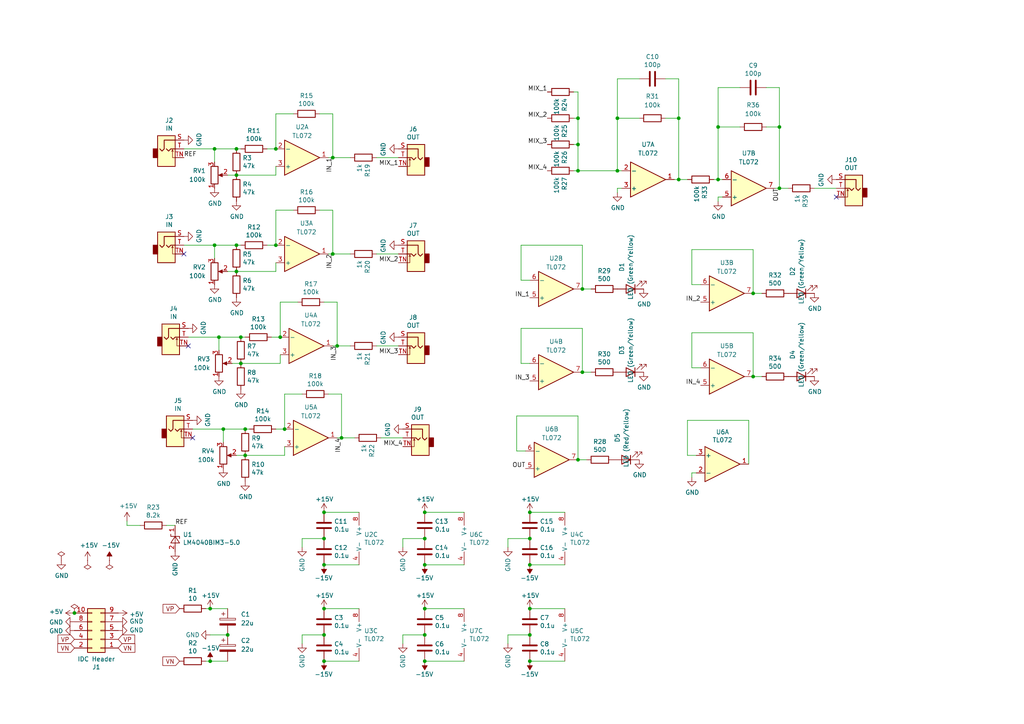
<source format=kicad_sch>
(kicad_sch (version 20211123) (generator eeschema)
  (paper "A4")
  (title_block (title "summe") (date "2021-05-30") (rev "R02") (company "company") (comment 1 "schema for pcb") (comment 2 "DC coupled mixer") (comment 3 "comment 3") (comment 4 "License CC BY 4.0 - Attribution 4.0 International") (comment 5 "comment 5") (comment 6 "comment 6") (comment 7 "comment 7") (comment 8 "comment 8") (comment 9 "comment 9"))
  (junction (at 62.23 43.18))
  (junction (at 153.67 163.83))
  (junction (at 68.58 71.12))
  (junction (at 123.19 163.83))
  (junction (at 82.55 124.46))
  (junction (at 97.79 100.33))
  (junction (at 167.64 41.91))
  (junction (at 123.19 148.59))
  (junction (at 68.58 43.18))
  (junction (at 167.64 34.29))
  (junction (at 96.52 73.66))
  (junction (at 179.07 49.53))
  (junction (at 93.98 191.77))
  (junction (at 60.96 176.53))
  (junction (at 208.28 52.07))
  (junction (at 69.85 97.79))
  (junction (at 93.98 184.15))
  (junction (at 196.85 34.29))
  (junction (at 71.12 132.08))
  (junction (at 60.96 191.77))
  (junction (at 168.91 107.95))
  (junction (at 153.67 184.15))
  (junction (at 93.98 163.83))
  (junction (at 93.98 148.59))
  (junction (at 123.19 191.77))
  (junction (at 226.06 36.83))
  (junction (at 123.19 156.21))
  (junction (at 68.58 78.74))
  (junction (at 80.01 43.18))
  (junction (at 99.06 127))
  (junction (at 123.19 184.15))
  (junction (at 71.12 124.46))
  (junction (at 63.5 97.79))
  (junction (at 69.85 105.41))
  (junction (at 208.28 36.83))
  (junction (at 179.07 34.29))
  (junction (at 96.52 45.72))
  (junction (at 93.98 176.53))
  (junction (at 167.64 133.35))
  (junction (at 64.77 124.46))
  (junction (at 80.01 71.12))
  (junction (at 81.28 97.79))
  (junction (at 153.67 176.53))
  (junction (at 153.67 191.77))
  (junction (at 167.64 49.53))
  (junction (at 21.59 177.8))
  (junction (at 153.67 156.21))
  (junction (at 62.23 71.12))
  (junction (at 226.06 54.61))
  (junction (at 153.67 148.59))
  (junction (at 218.44 109.22))
  (junction (at 93.98 156.21))
  (junction (at 218.44 85.09))
  (junction (at 168.91 83.82))
  (junction (at 196.85 52.07))
  (junction (at 66.04 184.15))
  (junction (at 123.19 176.53))
  (junction (at 68.58 50.8))
  (no_connect (at 53.34 73.66))
  (no_connect (at 55.88 127))
  (no_connect (at 54.61 100.33))
  (no_connect (at 242.57 57.15))
  (wire (pts (xy 179.07 34.29) (xy 179.07 49.53)))
  (wire (pts (xy 68.58 50.8) (xy 80.01 50.8)))
  (wire (pts (xy 77.47 43.18) (xy 80.01 43.18)))
  (wire (pts (xy 60.96 191.77) (xy 66.04 191.77)))
  (wire (pts (xy 217.17 134.62) (xy 217.17 121.92)))
  (wire (pts (xy 69.85 105.41) (xy 81.28 105.41)))
  (wire (pts (xy 87.63 114.3) (xy 82.55 114.3)))
  (wire (pts (xy 179.07 34.29) (xy 185.42 34.29)))
  (wire (pts (xy 71.12 124.46) (xy 72.39 124.46)))
  (wire (pts (xy 77.47 71.12) (xy 80.01 71.12)))
  (wire (pts (xy 104.14 148.59) (xy 93.98 148.59)))
  (wire (pts (xy 59.69 191.77) (xy 60.96 191.77)))
  (wire (pts (xy 218.44 85.09) (xy 220.98 85.09)))
  (wire (pts (xy 217.17 121.92) (xy 199.39 121.92)))
  (wire (pts (xy 208.28 52.07) (xy 207.01 52.07)))
  (wire (pts (xy 80.01 124.46) (xy 82.55 124.46)))
  (wire (pts (xy 109.22 100.33) (xy 115.57 100.33)))
  (wire (pts (xy 68.58 71.12) (xy 69.85 71.12)))
  (wire (pts (xy 193.04 34.29) (xy 196.85 34.29)))
  (wire (pts (xy 180.34 54.61) (xy 179.07 54.61)))
  (wire (pts (xy 97.79 127) (xy 99.06 127)))
  (wire (pts (xy 53.34 43.18) (xy 62.23 43.18)))
  (wire (pts (xy 134.62 191.77) (xy 123.19 191.77)))
  (wire (pts (xy 167.64 34.29) (xy 167.64 41.91)))
  (wire (pts (xy 168.91 95.25) (xy 151.13 95.25)))
  (wire (pts (xy 67.31 105.41) (xy 69.85 105.41)))
  (wire (pts (xy 218.44 109.22) (xy 218.44 96.52)))
  (wire (pts (xy 179.07 22.86) (xy 179.07 34.29)))
  (wire (pts (xy 134.62 176.53) (xy 123.19 176.53)))
  (wire (pts (xy 86.36 87.63) (xy 81.28 87.63)))
  (wire (pts (xy 62.23 71.12) (xy 68.58 71.12)))
  (wire (pts (xy 167.64 133.35) (xy 167.64 120.65)))
  (wire (pts (xy 110.49 127) (xy 116.84 127)))
  (wire (pts (xy 166.37 41.91) (xy 167.64 41.91)))
  (wire (pts (xy 208.28 25.4) (xy 208.28 36.83)))
  (wire (pts (xy 116.84 184.15) (xy 116.84 186.69)))
  (wire (pts (xy 222.25 25.4) (xy 226.06 25.4)))
  (wire (pts (xy 163.83 191.77) (xy 153.67 191.77)))
  (wire (pts (xy 123.19 184.15) (xy 116.84 184.15)))
  (wire (pts (xy 222.25 36.83) (xy 226.06 36.83)))
  (wire (pts (xy 166.37 49.53) (xy 167.64 49.53)))
  (wire (pts (xy 71.12 132.08) (xy 82.55 132.08)))
  (wire (pts (xy 209.55 52.07) (xy 208.28 52.07)))
  (wire (pts (xy 168.91 107.95) (xy 168.91 95.25)))
  (wire (pts (xy 66.04 184.15) (xy 60.96 184.15)))
  (wire (pts (xy 224.79 54.61) (xy 226.06 54.61)))
  (wire (pts (xy 78.74 97.79) (xy 81.28 97.79)))
  (wire (pts (xy 63.5 101.6) (xy 63.5 97.79)))
  (wire (pts (xy 168.91 71.12) (xy 151.13 71.12)))
  (wire (pts (xy 104.14 176.53) (xy 93.98 176.53)))
  (wire (pts (xy 66.04 50.8) (xy 68.58 50.8)))
  (wire (pts (xy 199.39 121.92) (xy 199.39 132.08)))
  (wire (pts (xy 196.85 52.07) (xy 195.58 52.07)))
  (wire (pts (xy 167.64 26.67) (xy 167.64 34.29)))
  (wire (pts (xy 214.63 36.83) (xy 208.28 36.83)))
  (wire (pts (xy 99.06 114.3) (xy 99.06 127)))
  (wire (pts (xy 64.77 124.46) (xy 71.12 124.46)))
  (wire (pts (xy 55.88 124.46) (xy 64.77 124.46)))
  (wire (pts (xy 200.66 72.39) (xy 200.66 82.55)))
  (wire (pts (xy 167.64 41.91) (xy 167.64 49.53)))
  (wire (pts (xy 96.52 60.96) (xy 96.52 73.66)))
  (wire (pts (xy 92.71 33.02) (xy 96.52 33.02)))
  (wire (pts (xy 80.01 33.02) (xy 80.01 43.18)))
  (wire (pts (xy 68.58 43.18) (xy 69.85 43.18)))
  (wire (pts (xy 166.37 34.29) (xy 167.64 34.29)))
  (wire (pts (xy 151.13 95.25) (xy 151.13 105.41)))
  (wire (pts (xy 226.06 54.61) (xy 228.6 54.61)))
  (wire (pts (xy 196.85 34.29) (xy 196.85 52.07)))
  (wire (pts (xy 179.07 22.86) (xy 185.42 22.86)))
  (wire (pts (xy 93.98 184.15) (xy 87.63 184.15)))
  (wire (pts (xy 97.79 100.33) (xy 101.6 100.33)))
  (wire (pts (xy 69.85 97.79) (xy 71.12 97.79)))
  (wire (pts (xy 80.01 78.74) (xy 80.01 76.2)))
  (wire (pts (xy 171.45 83.82) (xy 168.91 83.82)))
  (wire (pts (xy 171.45 107.95) (xy 168.91 107.95)))
  (wire (pts (xy 168.91 83.82) (xy 168.91 71.12)))
  (wire (pts (xy 99.06 127) (xy 102.87 127)))
  (wire (pts (xy 220.98 109.22) (xy 218.44 109.22)))
  (wire (pts (xy 53.34 71.12) (xy 62.23 71.12)))
  (wire (pts (xy 218.44 85.09) (xy 218.44 72.39)))
  (wire (pts (xy 82.55 132.08) (xy 82.55 129.54)))
  (wire (pts (xy 151.13 71.12) (xy 151.13 81.28)))
  (wire (pts (xy 63.5 97.79) (xy 69.85 97.79)))
  (wire (pts (xy 166.37 26.67) (xy 167.64 26.67)))
  (wire (pts (xy 104.14 191.77) (xy 93.98 191.77)))
  (wire (pts (xy 151.13 81.28) (xy 153.67 81.28)))
  (wire (pts (xy 95.25 114.3) (xy 99.06 114.3)))
  (wire (pts (xy 109.22 45.72) (xy 115.57 45.72)))
  (wire (pts (xy 48.26 152.4) (xy 50.8 152.4)))
  (wire (pts (xy 163.83 163.83) (xy 153.67 163.83)))
  (wire (pts (xy 81.28 105.41) (xy 81.28 102.87)))
  (wire (pts (xy 87.63 156.21) (xy 87.63 158.75)))
  (wire (pts (xy 196.85 22.86) (xy 196.85 34.29)))
  (wire (pts (xy 96.52 45.72) (xy 95.25 45.72)))
  (wire (pts (xy 153.67 184.15) (xy 147.32 184.15)))
  (wire (pts (xy 170.18 133.35) (xy 167.64 133.35)))
  (wire (pts (xy 226.06 25.4) (xy 226.06 36.83)))
  (wire (pts (xy 85.09 60.96) (xy 80.01 60.96)))
  (wire (pts (xy 149.86 120.65) (xy 149.86 130.81)))
  (wire (pts (xy 93.98 156.21) (xy 87.63 156.21)))
  (wire (pts (xy 116.84 156.21) (xy 116.84 158.75)))
  (wire (pts (xy 60.96 176.53) (xy 66.04 176.53)))
  (wire (pts (xy 193.04 22.86) (xy 196.85 22.86)))
  (wire (pts (xy 62.23 46.99) (xy 62.23 43.18)))
  (wire (pts (xy 134.62 148.59) (xy 123.19 148.59)))
  (wire (pts (xy 96.52 73.66) (xy 95.25 73.66)))
  (wire (pts (xy 147.32 156.21) (xy 147.32 158.75)))
  (wire (pts (xy 179.07 49.53) (xy 180.34 49.53)))
  (wire (pts (xy 208.28 57.15) (xy 208.28 58.42)))
  (wire (pts (xy 81.28 87.63) (xy 81.28 97.79)))
  (wire (pts (xy 93.98 87.63) (xy 97.79 87.63)))
  (wire (pts (xy 153.67 156.21) (xy 147.32 156.21)))
  (wire (pts (xy 199.39 52.07) (xy 196.85 52.07)))
  (wire (pts (xy 179.07 54.61) (xy 179.07 55.88)))
  (wire (pts (xy 62.23 43.18) (xy 68.58 43.18)))
  (wire (pts (xy 208.28 25.4) (xy 214.63 25.4)))
  (wire (pts (xy 151.13 105.41) (xy 153.67 105.41)))
  (wire (pts (xy 167.64 49.53) (xy 179.07 49.53)))
  (wire (pts (xy 36.83 152.4) (xy 40.64 152.4)))
  (wire (pts (xy 147.32 184.15) (xy 147.32 186.69)))
  (wire (pts (xy 96.52 100.33) (xy 97.79 100.33)))
  (wire (pts (xy 64.77 128.27) (xy 64.77 124.46)))
  (wire (pts (xy 59.69 176.53) (xy 60.96 176.53)))
  (wire (pts (xy 149.86 130.81) (xy 152.4 130.81)))
  (wire (pts (xy 68.58 132.08) (xy 71.12 132.08)))
  (wire (pts (xy 153.67 176.53) (xy 163.83 176.53)))
  (wire (pts (xy 101.6 73.66) (xy 96.52 73.66)))
  (wire (pts (xy 101.6 45.72) (xy 96.52 45.72)))
  (wire (pts (xy 200.66 137.16) (xy 200.66 138.43)))
  (wire (pts (xy 123.19 156.21) (xy 116.84 156.21)))
  (wire (pts (xy 36.83 151.13) (xy 36.83 152.4)))
  (wire (pts (xy 200.66 106.68) (xy 203.2 106.68)))
  (wire (pts (xy 236.22 54.61) (xy 242.57 54.61)))
  (wire (pts (xy 85.09 33.02) (xy 80.01 33.02)))
  (wire (pts (xy 218.44 96.52) (xy 200.66 96.52)))
  (wire (pts (xy 153.67 148.59) (xy 163.83 148.59)))
  (wire (pts (xy 201.93 137.16) (xy 200.66 137.16)))
  (wire (pts (xy 54.61 97.79) (xy 63.5 97.79)))
  (wire (pts (xy 82.55 114.3) (xy 82.55 124.46)))
  (wire (pts (xy 92.71 60.96) (xy 96.52 60.96)))
  (wire (pts (xy 104.14 163.83) (xy 93.98 163.83)))
  (wire (pts (xy 200.66 72.39) (xy 218.44 72.39)))
  (wire (pts (xy 68.58 78.74) (xy 80.01 78.74)))
  (wire (pts (xy 199.39 132.08) (xy 201.93 132.08)))
  (wire (pts (xy 62.23 74.93) (xy 62.23 71.12)))
  (wire (pts (xy 96.52 33.02) (xy 96.52 45.72)))
  (wire (pts (xy 208.28 36.83) (xy 208.28 52.07)))
  (wire (pts (xy 97.79 87.63) (xy 97.79 100.33)))
  (wire (pts (xy 87.63 184.15) (xy 87.63 186.69)))
  (wire (pts (xy 226.06 36.83) (xy 226.06 54.61)))
  (wire (pts (xy 66.04 78.74) (xy 68.58 78.74)))
  (wire (pts (xy 209.55 57.15) (xy 208.28 57.15)))
  (wire (pts (xy 109.22 73.66) (xy 115.57 73.66)))
  (wire (pts (xy 80.01 60.96) (xy 80.01 71.12)))
  (wire (pts (xy 200.66 96.52) (xy 200.66 106.68)))
  (wire (pts (xy 80.01 50.8) (xy 80.01 48.26)))
  (wire (pts (xy 167.64 120.65) (xy 149.86 120.65)))
  (wire (pts (xy 134.62 163.83) (xy 123.19 163.83)))
  (wire (pts (xy 200.66 82.55) (xy 203.2 82.55)))
  (label "REF" (at 53.34 45.72 0))
  (label "MIX_4" (at 116.84 129.54 180))
  (label "MIX_1" (at 158.75 26.67 180))
  (label "REF" (at 50.8 152.4 0))
  (label "MIX_3" (at 158.75 41.91 180))
  (label "OUT" (at 152.4 135.89 180))
  (label "IN_2" (at 203.2 87.63 180))
  (label "IN_3" (at 153.67 110.49 180))
  (label "MIX_1" (at 115.57 48.26 180))
  (label "IN_1" (at 96.52 45.72 270))
  (label "IN_1" (at 153.67 86.36 180))
  (label "IN_4" (at 99.06 127 270))
  (label "MIX_2" (at 158.75 34.29 180))
  (label "MIX_3" (at 115.57 102.87 180))
  (label "IN_2" (at 96.52 73.66 270))
  (label "MIX_2" (at 115.57 76.2 180))
  (label "MIX_4" (at 158.75 49.53 180))
  (label "IN_4" (at 203.2 111.76 180))
  (label "OUT" (at 226.06 54.61 270))
  (label "IN_3" (at 97.79 100.33 270))
  (global_label "VN" (shape input) (at 52.07 191.77 180) (property "Intersheet References" "${INTERSHEET_REFS}" (effects hide)))
  (global_label "VP" (shape input) (at 34.29 185.42 0) (property "Intersheet References" "${INTERSHEET_REFS}" (effects hide)))
  (global_label "VN" (shape input) (at 34.29 187.96 0) (property "Intersheet References" "${INTERSHEET_REFS}" (effects hide)))
  (global_label "VP" (shape input) (at 52.07 176.53 180) (property "Intersheet References" "${INTERSHEET_REFS}" (effects hide)))
  (global_label "VP" (shape input) (at 21.59 185.42 180) (property "Intersheet References" "${INTERSHEET_REFS}" (effects hide)))
  (global_label "VN" (shape input) (at 21.59 187.96 180) (property "Intersheet References" "${INTERSHEET_REFS}" (effects hide)))
  (symbol (lib_id "Connector:AudioJack2_SwitchT") (at 48.26 43.18 0) (unit 1)
    (property "Reference" "J2" (at 49.0728 34.925 0))
    (property "Value" "IN" (at 49.0728 37.2364 0))
    (property "Footprint" "elektrophon:Jack_3.5mm_WQP-PJ398SM_Vertical" (effects hide))
    (property "Spice_Primitive" "X" (effects hide))
    (property "Spice_Model" "IN_1" (effects hide))
    (property "Spice_Netlist_Enabled" "Y" (effects hide))
    (property "Description" "3.5mm Eurorack Jacks" (effects hide))
  )
  (symbol (lib_id "Connector:AudioJack2_SwitchT") (at 120.65 45.72 0) (mirror y) (unit 1)
    (property "Reference" "J6" (at 119.8372 37.465 0))
    (property "Value" "OUT" (at 119.8372 39.7764 0))
    (property "Footprint" "elektrophon:Jack_3.5mm_WQP-PJ398SM_Vertical" (effects hide))
    (property "Spice_Primitive" "X" (effects hide))
    (property "Spice_Model" "OUT_1" (effects hide))
    (property "Spice_Netlist_Enabled" "Y" (effects hide))
    (property "Description" "3.5mm Eurorack Jacks" (effects hide))
  )
  (symbol (lib_id "power:GND") (at 53.34 40.64 90) (unit 1)
    (property "Reference" "#PWR010" (effects hide))
    (property "Value" "GND" (at 57.7342 40.513 0))
  )
  (symbol (lib_id "power:GND") (at 115.57 43.18 270) (unit 1)
    (property "Reference" "#PWR031" (effects hide))
    (property "Value" "GND" (at 111.1758 43.307 0))
  )
  (symbol (lib_id "Device:R") (at 105.41 45.72 90) (unit 1)
    (property "Reference" "R19" (at 106.5784 47.498 0) (effects (justify right)))
    (property "Value" "1k" (at 104.267 47.498 0) (effects (justify right)))
    (property "Footprint" "Resistor_SMD:R_0805_2012Metric_Pad1.20x1.40mm_HandSolder" (effects hide))
    (property "Description" "Thick Film Resistors - SMD (0805)" (effects hide))
  )
  (symbol (lib_id "power:GND") (at 60.96 184.15 270) (unit 1)
    (property "Reference" "#PWR015" (effects hide))
    (property "Value" "GND" (at 55.88 184.15 90))
  )
  (symbol (lib_id "power:GND") (at 21.59 182.88 270) (unit 1)
    (property "Reference" "#PWR03" (effects hide))
    (property "Value" "GND" (at 18.3388 183.007 90) (effects (justify right)))
  )
  (symbol (lib_id "Device:C") (at 93.98 180.34 0) (unit 1)
    (property "Reference" "C3" (at 96.901 179.1716 0) (effects (justify left)))
    (property "Value" "0.1u" (at 96.901 181.483 0) (effects (justify left)))
    (property "Footprint" "Capacitor_SMD:C_0805_2012Metric_Pad1.18x1.45mm_HandSolder" (effects hide))
    (property "Spice_Primitive" "C" (effects hide))
    (property "Spice_Model" "0.1u" (effects hide))
    (property "Spice_Netlist_Enabled" "N" (effects hide))
    (property "Description" "Multilayer Ceramic Capacitors MLCC" (effects hide))
  )
  (symbol (lib_id "Device:C") (at 93.98 187.96 0) (unit 1)
    (property "Reference" "C4" (at 96.901 186.7916 0) (effects (justify left)))
    (property "Value" "0.1u" (at 96.901 189.103 0) (effects (justify left)))
    (property "Footprint" "Capacitor_SMD:C_0805_2012Metric_Pad1.18x1.45mm_HandSolder" (effects hide))
    (property "Spice_Primitive" "C" (effects hide))
    (property "Spice_Model" "0.1u" (effects hide))
    (property "Spice_Netlist_Enabled" "N" (effects hide))
    (property "Description" "Multilayer Ceramic Capacitors MLCC" (effects hide))
  )
  (symbol (lib_id "Device:C") (at 123.19 180.34 0) (unit 1)
    (property "Reference" "C5" (at 126.111 179.1716 0) (effects (justify left)))
    (property "Value" "0.1u" (at 126.111 181.483 0) (effects (justify left)))
    (property "Footprint" "Capacitor_SMD:C_0805_2012Metric_Pad1.18x1.45mm_HandSolder" (effects hide))
    (property "Spice_Primitive" "C" (effects hide))
    (property "Spice_Model" "0.1u" (effects hide))
    (property "Spice_Netlist_Enabled" "N" (effects hide))
    (property "Description" "Multilayer Ceramic Capacitors MLCC" (effects hide))
  )
  (symbol (lib_id "Device:C") (at 123.19 187.96 0) (unit 1)
    (property "Reference" "C6" (at 126.111 186.7916 0) (effects (justify left)))
    (property "Value" "0.1u" (at 126.111 189.103 0) (effects (justify left)))
    (property "Footprint" "Capacitor_SMD:C_0805_2012Metric_Pad1.18x1.45mm_HandSolder" (effects hide))
    (property "Spice_Primitive" "C" (effects hide))
    (property "Spice_Model" "0.1u" (effects hide))
    (property "Spice_Netlist_Enabled" "N" (effects hide))
    (property "Description" "Multilayer Ceramic Capacitors MLCC" (effects hide))
  )
  (symbol (lib_id "Device:R") (at 73.66 43.18 270) (unit 1)
    (property "Reference" "R11" (at 73.66 37.9222 90))
    (property "Value" "100k" (at 73.66 40.2336 90))
    (property "Footprint" "Resistor_SMD:R_0805_2012Metric_Pad1.20x1.40mm_HandSolder" (effects hide))
    (property "Description" "Thick Film Resistors - SMD (0805)" (effects hide))
  )
  (symbol (lib_id "Device:R") (at 68.58 46.99 0) (unit 1)
    (property "Reference" "R3" (at 70.358 45.8216 0) (effects (justify left)))
    (property "Value" "47k" (at 70.358 48.133 0) (effects (justify left)))
    (property "Footprint" "Resistor_SMD:R_0805_2012Metric_Pad1.20x1.40mm_HandSolder" (effects hide))
    (property "Description" "Thick Film Resistors - SMD (0805)" (effects hide))
  )
  (symbol (lib_id "Device:R") (at 68.58 54.61 0) (unit 1)
    (property "Reference" "R4" (at 70.358 53.4416 0) (effects (justify left)))
    (property "Value" "47k" (at 70.358 55.753 0) (effects (justify left)))
    (property "Footprint" "Resistor_SMD:R_0805_2012Metric_Pad1.20x1.40mm_HandSolder" (effects hide))
    (property "Description" "Thick Film Resistors - SMD (0805)" (effects hide))
  )
  (symbol (lib_id "power:GND") (at 68.58 58.42 0) (unit 1)
    (property "Reference" "#PWR021" (effects hide))
    (property "Value" "GND" (at 68.707 62.8142 0))
  )
  (symbol (lib_id "Device:R") (at 88.9 33.02 270) (unit 1)
    (property "Reference" "R15" (at 88.9 27.7622 90))
    (property "Value" "100k" (at 88.9 30.0736 90))
    (property "Footprint" "Resistor_SMD:R_0805_2012Metric_Pad1.20x1.40mm_HandSolder" (effects hide))
    (property "Description" "Thick Film Resistors - SMD (0805)" (effects hide))
  )
  (symbol (lib_id "Connector:AudioJack2_SwitchT") (at 48.26 71.12 0) (unit 1)
    (property "Reference" "J3" (at 49.0728 62.865 0))
    (property "Value" "IN" (at 49.0728 65.1764 0))
    (property "Footprint" "elektrophon:Jack_3.5mm_WQP-PJ398SM_Vertical" (effects hide))
    (property "Spice_Primitive" "X" (effects hide))
    (property "Spice_Model" "IN_2" (effects hide))
    (property "Spice_Netlist_Enabled" "Y" (effects hide))
    (property "Description" "3.5mm Eurorack Jacks" (effects hide))
  )
  (symbol (lib_id "power:GND") (at 53.34 68.58 90) (unit 1)
    (property "Reference" "#PWR011" (effects hide))
    (property "Value" "GND" (at 57.7342 68.453 0))
  )
  (symbol (lib_id "power:GND") (at 62.23 82.55 0) (unit 1)
    (property "Reference" "#PWR018" (effects hide))
    (property "Value" "GND" (at 62.357 86.9442 0))
  )
  (symbol (lib_id "Device:R") (at 73.66 71.12 270) (unit 1)
    (property "Reference" "R12" (at 73.66 65.8622 90))
    (property "Value" "100k" (at 73.66 68.1736 90))
    (property "Footprint" "Resistor_SMD:R_0805_2012Metric_Pad1.20x1.40mm_HandSolder" (effects hide))
    (property "Description" "Thick Film Resistors - SMD (0805)" (effects hide))
  )
  (symbol (lib_id "Device:R") (at 68.58 74.93 0) (unit 1)
    (property "Reference" "R5" (at 70.358 73.7616 0) (effects (justify left)))
    (property "Value" "47k" (at 70.358 76.073 0) (effects (justify left)))
    (property "Footprint" "Resistor_SMD:R_0805_2012Metric_Pad1.20x1.40mm_HandSolder" (effects hide))
    (property "Description" "Thick Film Resistors - SMD (0805)" (effects hide))
  )
  (symbol (lib_id "Device:R") (at 68.58 82.55 0) (unit 1)
    (property "Reference" "R6" (at 70.358 81.3816 0) (effects (justify left)))
    (property "Value" "47k" (at 70.358 83.693 0) (effects (justify left)))
    (property "Footprint" "Resistor_SMD:R_0805_2012Metric_Pad1.20x1.40mm_HandSolder" (effects hide))
    (property "Description" "Thick Film Resistors - SMD (0805)" (effects hide))
  )
  (symbol (lib_id "power:GND") (at 68.58 86.36 0) (unit 1)
    (property "Reference" "#PWR022" (effects hide))
    (property "Value" "GND" (at 68.707 90.7542 0))
  )
  (symbol (lib_id "Device:R") (at 88.9 60.96 270) (unit 1)
    (property "Reference" "R16" (at 88.9 55.7022 90))
    (property "Value" "100k" (at 88.9 58.0136 90))
    (property "Footprint" "Resistor_SMD:R_0805_2012Metric_Pad1.20x1.40mm_HandSolder" (effects hide))
    (property "Description" "Thick Film Resistors - SMD (0805)" (effects hide))
  )
  (symbol (lib_id "Connector:AudioJack2_SwitchT") (at 49.53 97.79 0) (unit 1)
    (property "Reference" "J4" (at 50.3428 89.535 0))
    (property "Value" "IN" (at 50.3428 91.8464 0))
    (property "Footprint" "elektrophon:Jack_3.5mm_WQP-PJ398SM_Vertical" (effects hide))
    (property "Spice_Primitive" "X" (effects hide))
    (property "Spice_Model" "IN_3" (effects hide))
    (property "Spice_Netlist_Enabled" "Y" (effects hide))
    (property "Description" "3.5mm Eurorack Jacks" (effects hide))
  )
  (symbol (lib_id "power:GND") (at 54.61 95.25 90) (unit 1)
    (property "Reference" "#PWR012" (effects hide))
    (property "Value" "GND" (at 59.0042 95.123 0))
  )
  (symbol (lib_id "power:GND") (at 63.5 109.22 0) (unit 1)
    (property "Reference" "#PWR019" (effects hide))
    (property "Value" "GND" (at 63.627 113.6142 0))
  )
  (symbol (lib_id "Device:R") (at 74.93 97.79 270) (unit 1)
    (property "Reference" "R13" (at 74.93 92.5322 90))
    (property "Value" "100k" (at 74.93 94.8436 90))
    (property "Footprint" "Resistor_SMD:R_0805_2012Metric_Pad1.20x1.40mm_HandSolder" (effects hide))
    (property "Description" "Thick Film Resistors - SMD (0805)" (effects hide))
  )
  (symbol (lib_id "Device:R") (at 69.85 101.6 0) (unit 1)
    (property "Reference" "R7" (at 71.628 100.4316 0) (effects (justify left)))
    (property "Value" "47k" (at 71.628 102.743 0) (effects (justify left)))
    (property "Footprint" "Resistor_SMD:R_0805_2012Metric_Pad1.20x1.40mm_HandSolder" (effects hide))
    (property "Description" "Thick Film Resistors - SMD (0805)" (effects hide))
  )
  (symbol (lib_id "Device:R") (at 69.85 109.22 0) (unit 1)
    (property "Reference" "R8" (at 71.628 108.0516 0) (effects (justify left)))
    (property "Value" "47k" (at 71.628 110.363 0) (effects (justify left)))
    (property "Footprint" "Resistor_SMD:R_0805_2012Metric_Pad1.20x1.40mm_HandSolder" (effects hide))
    (property "Description" "Thick Film Resistors - SMD (0805)" (effects hide))
  )
  (symbol (lib_id "power:GND") (at 69.85 113.03 0) (unit 1)
    (property "Reference" "#PWR023" (effects hide))
    (property "Value" "GND" (at 69.977 117.4242 0))
  )
  (symbol (lib_id "Device:R") (at 90.17 87.63 270) (unit 1)
    (property "Reference" "R17" (at 90.17 82.3722 90))
    (property "Value" "100k" (at 90.17 84.6836 90))
    (property "Footprint" "Resistor_SMD:R_0805_2012Metric_Pad1.20x1.40mm_HandSolder" (effects hide))
    (property "Description" "Thick Film Resistors - SMD (0805)" (effects hide))
  )
  (symbol (lib_id "Connector:AudioJack2_SwitchT") (at 50.8 124.46 0) (unit 1)
    (property "Reference" "J5" (at 51.6128 116.205 0))
    (property "Value" "IN" (at 51.6128 118.5164 0))
    (property "Footprint" "elektrophon:Jack_3.5mm_WQP-PJ398SM_Vertical" (effects hide))
    (property "Spice_Primitive" "X" (effects hide))
    (property "Spice_Model" "IN_4" (effects hide))
    (property "Spice_Netlist_Enabled" "Y" (effects hide))
    (property "Description" "3.5mm Eurorack Jacks" (effects hide))
  )
  (symbol (lib_id "power:GND") (at 55.88 121.92 90) (unit 1)
    (property "Reference" "#PWR013" (effects hide))
    (property "Value" "GND" (at 60.2742 121.793 0))
  )
  (symbol (lib_id "power:GND") (at 64.77 135.89 0) (unit 1)
    (property "Reference" "#PWR020" (effects hide))
    (property "Value" "GND" (at 64.897 140.2842 0))
  )
  (symbol (lib_id "Device:R") (at 76.2 124.46 270) (unit 1)
    (property "Reference" "R14" (at 76.2 119.2022 90))
    (property "Value" "100k" (at 76.2 121.5136 90))
    (property "Footprint" "Resistor_SMD:R_0805_2012Metric_Pad1.20x1.40mm_HandSolder" (effects hide))
    (property "Description" "Thick Film Resistors - SMD (0805)" (effects hide))
  )
  (symbol (lib_id "Device:R") (at 71.12 128.27 0) (unit 1)
    (property "Reference" "R9" (at 72.898 127.1016 0) (effects (justify left)))
    (property "Value" "47k" (at 72.898 129.413 0) (effects (justify left)))
    (property "Footprint" "Resistor_SMD:R_0805_2012Metric_Pad1.20x1.40mm_HandSolder" (effects hide))
    (property "Description" "Thick Film Resistors - SMD (0805)" (effects hide))
  )
  (symbol (lib_id "Device:R") (at 71.12 135.89 0) (unit 1)
    (property "Reference" "R10" (at 72.898 134.7216 0) (effects (justify left)))
    (property "Value" "47k" (at 72.898 137.033 0) (effects (justify left)))
    (property "Footprint" "Resistor_SMD:R_0805_2012Metric_Pad1.20x1.40mm_HandSolder" (effects hide))
    (property "Description" "Thick Film Resistors - SMD (0805)" (effects hide))
  )
  (symbol (lib_id "power:GND") (at 71.12 139.7 0) (unit 1)
    (property "Reference" "#PWR024" (effects hide))
    (property "Value" "GND" (at 71.247 144.0942 0))
  )
  (symbol (lib_id "Device:R") (at 91.44 114.3 270) (unit 1)
    (property "Reference" "R18" (at 91.44 109.0422 90))
    (property "Value" "100k" (at 91.44 111.3536 90))
    (property "Footprint" "Resistor_SMD:R_0805_2012Metric_Pad1.20x1.40mm_HandSolder" (effects hide))
    (property "Description" "Thick Film Resistors - SMD (0805)" (effects hide))
  )
  (symbol (lib_id "Connector:AudioJack2_SwitchT") (at 120.65 73.66 0) (mirror y) (unit 1)
    (property "Reference" "J7" (at 119.8372 65.405 0))
    (property "Value" "OUT" (at 119.8372 67.7164 0))
    (property "Footprint" "elektrophon:Jack_3.5mm_WQP-PJ398SM_Vertical" (effects hide))
    (property "Spice_Primitive" "X" (effects hide))
    (property "Spice_Model" "OUT_2" (effects hide))
    (property "Spice_Netlist_Enabled" "Y" (effects hide))
    (property "Description" "3.5mm Eurorack Jacks" (effects hide))
  )
  (symbol (lib_id "power:GND") (at 115.57 71.12 270) (unit 1)
    (property "Reference" "#PWR032" (effects hide))
    (property "Value" "GND" (at 111.1758 71.247 0))
  )
  (symbol (lib_id "Device:R") (at 105.41 73.66 90) (unit 1)
    (property "Reference" "R20" (at 106.5784 75.438 0) (effects (justify right)))
    (property "Value" "1k" (at 104.267 75.438 0) (effects (justify right)))
    (property "Footprint" "Resistor_SMD:R_0805_2012Metric_Pad1.20x1.40mm_HandSolder" (effects hide))
    (property "Description" "Thick Film Resistors - SMD (0805)" (effects hide))
  )
  (symbol (lib_id "Connector:AudioJack2_SwitchT") (at 120.65 100.33 0) (mirror y) (unit 1)
    (property "Reference" "J8" (at 119.8372 92.075 0))
    (property "Value" "OUT" (at 119.8372 94.3864 0))
    (property "Footprint" "elektrophon:Jack_3.5mm_WQP-PJ398SM_Vertical" (effects hide))
    (property "Spice_Primitive" "X" (effects hide))
    (property "Spice_Model" "OUT_3" (effects hide))
    (property "Spice_Netlist_Enabled" "Y" (effects hide))
    (property "Description" "3.5mm Eurorack Jacks" (effects hide))
  )
  (symbol (lib_id "power:GND") (at 115.57 97.79 270) (unit 1)
    (property "Reference" "#PWR033" (effects hide))
    (property "Value" "GND" (at 111.1758 97.917 0))
  )
  (symbol (lib_id "Device:R") (at 105.41 100.33 90) (unit 1)
    (property "Reference" "R21" (at 106.5784 102.108 0) (effects (justify right)))
    (property "Value" "1k" (at 104.267 102.108 0) (effects (justify right)))
    (property "Footprint" "Resistor_SMD:R_0805_2012Metric_Pad1.20x1.40mm_HandSolder" (effects hide))
    (property "Description" "Thick Film Resistors - SMD (0805)" (effects hide))
  )
  (symbol (lib_id "Connector:AudioJack2_SwitchT") (at 121.92 127 0) (mirror y) (unit 1)
    (property "Reference" "J9" (at 121.1072 118.745 0))
    (property "Value" "OUT" (at 121.1072 121.0564 0))
    (property "Footprint" "elektrophon:Jack_3.5mm_WQP-PJ398SM_Vertical" (effects hide))
    (property "Spice_Primitive" "X" (effects hide))
    (property "Spice_Model" "OUT_4" (effects hide))
    (property "Spice_Netlist_Enabled" "Y" (effects hide))
    (property "Description" "3.5mm Eurorack Jacks" (effects hide))
  )
  (symbol (lib_id "power:GND") (at 116.84 124.46 270) (unit 1)
    (property "Reference" "#PWR034" (effects hide))
    (property "Value" "GND" (at 112.4458 124.587 0))
  )
  (symbol (lib_id "Device:R") (at 106.68 127 90) (unit 1)
    (property "Reference" "R22" (at 107.8484 128.778 0) (effects (justify right)))
    (property "Value" "1k" (at 105.537 128.778 0) (effects (justify right)))
    (property "Footprint" "Resistor_SMD:R_0805_2012Metric_Pad1.20x1.40mm_HandSolder" (effects hide))
    (property "Description" "Thick Film Resistors - SMD (0805)" (effects hide))
  )
  (symbol (lib_id "Device:R") (at 162.56 49.53 90) (unit 1)
    (property "Reference" "R27" (at 163.7284 51.308 0) (effects (justify right)))
    (property "Value" "100k" (at 161.417 51.308 0) (effects (justify right)))
    (property "Footprint" "Resistor_SMD:R_0805_2012Metric_Pad1.20x1.40mm_HandSolder" (effects hide))
    (property "Description" "Thick Film Resistors - SMD (0805)" (effects hide))
  )
  (symbol (lib_id "Device:R") (at 162.56 41.91 90) (unit 1)
    (property "Reference" "R26" (at 163.7284 43.688 0) (effects (justify right)))
    (property "Value" "100k" (at 161.417 43.688 0) (effects (justify right)))
    (property "Footprint" "Resistor_SMD:R_0805_2012Metric_Pad1.20x1.40mm_HandSolder" (effects hide))
    (property "Description" "Thick Film Resistors - SMD (0805)" (effects hide))
  )
  (symbol (lib_id "Device:R") (at 162.56 34.29 90) (unit 1)
    (property "Reference" "R25" (at 163.7284 36.068 0) (effects (justify right)))
    (property "Value" "100k" (at 161.417 36.068 0) (effects (justify right)))
    (property "Footprint" "Resistor_SMD:R_0805_2012Metric_Pad1.20x1.40mm_HandSolder" (effects hide))
    (property "Description" "Thick Film Resistors - SMD (0805)" (effects hide))
  )
  (symbol (lib_id "Device:R") (at 162.56 26.67 90) (unit 1)
    (property "Reference" "R24" (at 163.7284 28.448 0) (effects (justify right)))
    (property "Value" "100k" (at 161.417 28.448 0) (effects (justify right)))
    (property "Footprint" "Resistor_SMD:R_0805_2012Metric_Pad1.20x1.40mm_HandSolder" (effects hide))
    (property "Description" "Thick Film Resistors - SMD (0805)" (effects hide))
  )
  (symbol (lib_id "Device:R") (at 189.23 34.29 90) (unit 1)
    (property "Reference" "R31" (at 189.23 27.94 90))
    (property "Value" "100k" (at 189.23 30.48 90))
    (property "Footprint" "Resistor_SMD:R_0805_2012Metric_Pad1.20x1.40mm_HandSolder" (effects hide))
    (property "Description" "Thick Film Resistors - SMD (0805)" (effects hide))
  )
  (symbol (lib_id "Connector:AudioJack2_SwitchT") (at 247.65 54.61 0) (mirror y) (unit 1)
    (property "Reference" "J10" (at 246.8372 46.355 0))
    (property "Value" "OUT" (at 246.8372 48.6664 0))
    (property "Footprint" "elektrophon:Jack_3.5mm_WQP-PJ398SM_Vertical" (effects hide))
    (property "Spice_Primitive" "X" (effects hide))
    (property "Spice_Model" "OUT" (effects hide))
    (property "Spice_Netlist_Enabled" "Y" (effects hide))
    (property "Description" "3.5mm Eurorack Jacks" (effects hide))
  )
  (symbol (lib_id "power:GND") (at 242.57 52.07 270) (unit 1)
    (property "Reference" "#PWR050" (effects hide))
    (property "Value" "GND" (at 238.1758 52.197 0))
  )
  (symbol (lib_id "Device:R") (at 232.41 54.61 90) (unit 1)
    (property "Reference" "R39" (at 233.5784 56.388 0) (effects (justify right)))
    (property "Value" "1k" (at 231.267 56.388 0) (effects (justify right)))
    (property "Footprint" "Resistor_SMD:R_0805_2012Metric_Pad1.20x1.40mm_HandSolder" (effects hide))
    (property "Description" "Thick Film Resistors - SMD (0805)" (effects hide))
  )
  (symbol (lib_id "power:GND") (at 179.07 55.88 0) (unit 1)
    (property "Reference" "#PWR040" (effects hide))
    (property "Value" "GND" (at 179.197 60.2742 0))
  )
  (symbol (lib_id "Device:R") (at 203.2 52.07 90) (unit 1)
    (property "Reference" "R33" (at 204.3684 53.848 0) (effects (justify right)))
    (property "Value" "100k" (at 202.057 53.848 0) (effects (justify right)))
    (property "Footprint" "Resistor_SMD:R_0805_2012Metric_Pad1.20x1.40mm_HandSolder" (effects hide))
    (property "Description" "Thick Film Resistors - SMD (0805)" (effects hide))
  )
  (symbol (lib_id "Device:R") (at 218.44 36.83 90) (unit 1)
    (property "Reference" "R36" (at 218.44 30.48 90))
    (property "Value" "100k" (at 218.44 33.02 90))
    (property "Footprint" "Resistor_SMD:R_0805_2012Metric_Pad1.20x1.40mm_HandSolder" (effects hide))
    (property "Description" "Thick Film Resistors - SMD (0805)" (effects hide))
  )
  (symbol (lib_id "power:GND") (at 208.28 58.42 0) (unit 1)
    (property "Reference" "#PWR045" (effects hide))
    (property "Value" "GND" (at 208.407 62.8142 0))
  )
  (symbol (lib_id "Device:C") (at 153.67 180.34 0) (unit 1)
    (property "Reference" "C7" (at 156.591 179.1716 0) (effects (justify left)))
    (property "Value" "0.1u" (at 156.591 181.483 0) (effects (justify left)))
    (property "Footprint" "Capacitor_SMD:C_0805_2012Metric_Pad1.18x1.45mm_HandSolder" (effects hide))
    (property "Spice_Primitive" "C" (effects hide))
    (property "Spice_Model" "0.1u" (effects hide))
    (property "Spice_Netlist_Enabled" "N" (effects hide))
    (property "Description" "Multilayer Ceramic Capacitors MLCC" (effects hide))
  )
  (symbol (lib_id "Device:C") (at 153.67 187.96 0) (unit 1)
    (property "Reference" "C8" (at 156.591 186.7916 0) (effects (justify left)))
    (property "Value" "0.1u" (at 156.591 189.103 0) (effects (justify left)))
    (property "Footprint" "Capacitor_SMD:C_0805_2012Metric_Pad1.18x1.45mm_HandSolder" (effects hide))
    (property "Spice_Primitive" "C" (effects hide))
    (property "Spice_Model" "0.1u" (effects hide))
    (property "Spice_Netlist_Enabled" "N" (effects hide))
    (property "Description" "Multilayer Ceramic Capacitors MLCC" (effects hide))
  )
  (symbol (lib_id "power:GND") (at 62.23 54.61 0) (unit 1)
    (property "Reference" "#PWR017" (effects hide))
    (property "Value" "GND" (at 62.357 59.0042 0))
  )
  (symbol (lib_id "power:PWR_FLAG") (at 25.4 162.56 180) (unit 1)
    (property "Reference" "#FLG02" (effects hide))
    (property "Value" "PWR_FLAG" (effects hide))
  )
  (symbol (lib_id "power:PWR_FLAG") (at 31.75 162.56 180) (unit 1)
    (property "Reference" "#FLG03" (effects hide))
    (property "Value" "PWR_FLAG" (effects hide))
  )
  (symbol (lib_id "power:+15V") (at 25.4 162.56 0) (unit 1)
    (property "Reference" "#PWR04" (effects hide))
    (property "Value" "+15V" (at 25.781 158.1658 0))
  )
  (symbol (lib_id "power:-15V") (at 31.75 162.56 0) (unit 1)
    (property "Reference" "#PWR05" (effects hide))
    (property "Value" "-15V" (at 32.131 158.1658 0))
  )
  (symbol (lib_id "Device:R") (at 55.88 176.53 270) (unit 1)
    (property "Reference" "R1" (at 55.88 171.2722 90))
    (property "Value" "10" (at 55.88 173.5836 90))
    (property "Footprint" "Resistor_THT:R_Axial_DIN0204_L3.6mm_D1.6mm_P2.54mm_Vertical" (effects hide))
    (property "Spice_Primitive" "R" (effects hide))
    (property "Spice_Model" "10" (effects hide))
    (property "Spice_Netlist_Enabled" "N" (effects hide))
    (property "Description" "Metal Film Resistors - Through Hole (L=3.6 mm, D=1.6 mm, 1%)" (effects hide))
  )
  (symbol (lib_id "power:+15V") (at 60.96 176.53 0) (unit 1)
    (property "Reference" "#PWR014" (effects hide))
    (property "Value" "+15V" (at 58.42 172.72 0) (effects (justify left)))
  )
  (symbol (lib_id "power:-15V") (at 60.96 191.77 0) (unit 1)
    (property "Reference" "#PWR016" (effects hide))
    (property "Value" "-15V" (at 58.42 187.96 0) (effects (justify left)))
  )
  (symbol (lib_id "power:GND") (at 34.29 182.88 90) (unit 1)
    (property "Reference" "#PWR08" (effects hide))
    (property "Value" "GND" (at 37.5412 182.753 90) (effects (justify right)))
  )
  (symbol (lib_id "Device:R") (at 55.88 191.77 270) (unit 1)
    (property "Reference" "R2" (at 55.88 186.5122 90))
    (property "Value" "10" (at 55.88 188.8236 90))
    (property "Footprint" "Resistor_THT:R_Axial_DIN0204_L3.6mm_D1.6mm_P2.54mm_Vertical" (effects hide))
    (property "Spice_Primitive" "R" (effects hide))
    (property "Spice_Model" "10" (effects hide))
    (property "Spice_Netlist_Enabled" "N" (effects hide))
    (property "Description" "Metal Film Resistors - Through Hole (L=3.6 mm, D=1.6 mm, 1%)" (effects hide))
  )
  (symbol (lib_id "Connector_Generic:Conn_02x05_Odd_Even") (at 29.21 182.88 180) (unit 1)
    (property "Reference" "J1" (at 27.94 193.4718 0))
    (property "Value" "IDC Header" (at 27.94 191.1604 0))
    (property "Footprint" "Connector_IDC:IDC-Header_2x05_P2.54mm_Vertical" (effects hide))
    (property "Spice_Primitive" "J" (effects hide))
    (property "Spice_Model" "IDC Header" (effects hide))
    (property "Spice_Netlist_Enabled" "N" (effects hide))
    (property "Description" "Pin Header IDC, 10 Pos, 2.54mm" (effects hide))
  )
  (symbol (lib_id "power:GND") (at 34.29 180.34 90) (unit 1)
    (property "Reference" "#PWR07" (effects hide))
    (property "Value" "GND" (at 37.5412 180.213 90) (effects (justify right)))
  )
  (symbol (lib_id "power:+5V") (at 34.29 177.8 270) (unit 1)
    (property "Reference" "#PWR06" (effects hide))
    (property "Value" "+5V" (at 37.5412 178.181 90) (effects (justify left)))
  )
  (symbol (lib_id "power:+5V") (at 21.59 177.8 90) (unit 1)
    (property "Reference" "#PWR01" (effects hide))
    (property "Value" "+5V" (at 18.3388 177.419 90) (effects (justify left)))
  )
  (symbol (lib_id "power:PWR_FLAG") (at 21.59 177.8 0) (unit 1)
    (property "Reference" "#FLG01" (effects hide))
    (property "Value" "PWR_FLAG" (effects hide))
  )
  (symbol (lib_id "power:GND") (at 21.59 180.34 270) (unit 1)
    (property "Reference" "#PWR02" (effects hide))
    (property "Value" "GND" (at 18.3388 180.467 90) (effects (justify right)))
  )
  (symbol (lib_id "power:+15V") (at 93.98 176.53 0) (unit 1)
    (property "Reference" "#PWR026" (effects hide))
    (property "Value" "+15V" (at 91.44 172.72 0) (effects (justify left)))
  )
  (symbol (lib_id "power:-15V") (at 93.98 191.77 180) (unit 1)
    (property "Reference" "#PWR027" (effects hide))
    (property "Value" "-15V" (at 96.52 195.58 0) (effects (justify left)))
  )
  (symbol (lib_id "power:+15V") (at 153.67 176.53 0) (unit 1)
    (property "Reference" "#PWR036" (effects hide))
    (property "Value" "+15V" (at 151.13 172.72 0) (effects (justify left)))
  )
  (symbol (lib_id "power:-15V") (at 153.67 191.77 180) (unit 1)
    (property "Reference" "#PWR037" (effects hide))
    (property "Value" "-15V" (at 156.21 195.58 0) (effects (justify left)))
  )
  (symbol (lib_id "power:GND") (at 147.32 186.69 0) (unit 1)
    (property "Reference" "#PWR035" (effects hide))
    (property "Value" "GND" (at 147.32 191.77 90))
  )
  (symbol (lib_id "power:+15V") (at 123.19 176.53 0) (unit 1)
    (property "Reference" "#PWR029" (effects hide))
    (property "Value" "+15V" (at 120.65 172.72 0) (effects (justify left)))
  )
  (symbol (lib_id "power:-15V") (at 123.19 191.77 180) (unit 1)
    (property "Reference" "#PWR030" (effects hide))
    (property "Value" "-15V" (at 125.73 195.58 0) (effects (justify left)))
  )
  (symbol (lib_id "power:GND") (at 116.84 186.69 0) (unit 1)
    (property "Reference" "#PWR028" (effects hide))
    (property "Value" "GND" (at 116.84 191.77 90))
  )
  (symbol (lib_id "power:GND") (at 87.63 186.69 0) (unit 1)
    (property "Reference" "#PWR025" (effects hide))
    (property "Value" "GND" (at 87.63 191.77 90))
  )
  (symbol (lib_id "power:PWR_FLAG") (at 17.78 162.56 0) (unit 1)
    (property "Reference" "#FLG0101" (effects hide))
    (property "Value" "PWR_FLAG" (effects hide))
  )
  (symbol (lib_id "power:GND") (at 17.78 162.56 0) (unit 1)
    (property "Reference" "#PWR0101" (effects hide))
    (property "Value" "GND" (at 17.907 166.9542 0))
  )
  (symbol (lib_id "Device:C") (at 189.23 22.86 270) (unit 1)
    (property "Reference" "C10" (at 189.23 16.4592 90))
    (property "Value" "100p" (at 189.23 18.7706 90))
    (property "Footprint" "Capacitor_SMD:C_0805_2012Metric_Pad1.18x1.45mm_HandSolder" (effects hide))
    (property "Description" "Multilayer Ceramic Capacitors MLCC" (effects hide))
  )
  (symbol (lib_id "Amplifier_Operational:TL072") (at 90.17 127 0) (mirror x) (unit 1)
    (property "Reference" "U5" (at 90.17 118.11 0))
    (property "Value" "TL072" (at 90.17 120.65 0))
    (property "Footprint" "Package_SO:SOIC-8_3.9x4.9mm_P1.27mm" (effects hide))
    (property "Datasheet" "http://www.ti.com/lit/ds/symlink/tl071.pdf" (effects hide))
    (property "Description" "Low-Noise FET-Input Operational Amplifiers (SOIC-8 )" (effects hide))
    (property "Spice_Primitive" "X" (effects hide))
    (property "Spice_Model" "TL072c" (effects hide))
    (property "Spice_Netlist_Enabled" "Y" (effects hide))
  )
  (symbol (lib_id "Amplifier_Operational:TL072") (at 210.82 109.22 0) (mirror x) (unit 2)
    (property "Reference" "U5" (at 210.82 100.33 0))
    (property "Value" "TL072" (at 210.82 102.87 0))
    (property "Footprint" "Package_SO:SOIC-8_3.9x4.9mm_P1.27mm" (effects hide))
    (property "Datasheet" "http://www.ti.com/lit/ds/symlink/tl071.pdf" (effects hide))
    (property "Description" "Low-Noise FET-Input Operational Amplifiers (SOIC-8 )" (effects hide))
    (property "Spice_Primitive" "X" (effects hide))
    (property "Spice_Model" "TL072c" (effects hide))
    (property "Spice_Netlist_Enabled" "Y" (effects hide))
  )
  (symbol (lib_id "Device:LED") (at 182.88 83.82 180) (unit 1)
    (property "Reference" "D1" (at 180.34 77.47 90))
    (property "Value" "LED (Green/Yellow)" (at 182.88 77.47 90))
    (property "Footprint" "LED_THT:LED_D3.0mm" (effects hide))
    (property "Spice_Primitive" "D" (effects hide))
    (property "Spice_Model" "LED2" (effects hide))
    (property "Spice_Netlist_Enabled" "Y" (effects hide))
    (property "Description" "LED 3mm bipolar" (effects hide))
  )
  (symbol (lib_id "power:GND") (at 186.69 83.82 0) (unit 1)
    (property "Reference" "#PWR038" (effects hide))
    (property "Value" "GND" (at 186.817 88.2142 0))
  )
  (symbol (lib_id "Device:R") (at 175.26 107.95 270) (unit 1)
    (property "Reference" "R30" (at 175.26 102.6922 90))
    (property "Value" "500" (at 175.26 105.0036 90))
    (property "Footprint" "Resistor_SMD:R_0805_2012Metric_Pad1.20x1.40mm_HandSolder" (effects hide))
    (property "Description" "Thick Film Resistors - SMD (0805)" (effects hide))
  )
  (symbol (lib_id "Device:R") (at 173.99 133.35 270) (unit 1)
    (property "Reference" "R28" (at 173.99 128.0922 90))
    (property "Value" "500" (at 173.99 130.4036 90))
    (property "Footprint" "Resistor_SMD:R_0805_2012Metric_Pad1.20x1.40mm_HandSolder" (effects hide))
    (property "Description" "Thick Film Resistors - SMD (0805)" (effects hide))
  )
  (symbol (lib_id "Device:R") (at 224.79 85.09 270) (unit 1)
    (property "Reference" "R32" (at 224.79 79.8322 90))
    (property "Value" "500" (at 224.79 82.1436 90))
    (property "Footprint" "Resistor_SMD:R_0805_2012Metric_Pad1.20x1.40mm_HandSolder" (effects hide))
    (property "Description" "Thick Film Resistors - SMD (0805)" (effects hide))
  )
  (symbol (lib_id "Device:R") (at 224.79 109.22 270) (unit 1)
    (property "Reference" "R34" (at 224.79 103.9622 90))
    (property "Value" "500" (at 224.79 106.2736 90))
    (property "Footprint" "Resistor_SMD:R_0805_2012Metric_Pad1.20x1.40mm_HandSolder" (effects hide))
    (property "Description" "Thick Film Resistors - SMD (0805)" (effects hide))
  )
  (symbol (lib_id "Device:C") (at 218.44 25.4 270) (unit 1)
    (property "Reference" "C9" (at 218.44 18.9992 90))
    (property "Value" "100p" (at 218.44 21.3106 90))
    (property "Footprint" "Capacitor_SMD:C_0805_2012Metric_Pad1.18x1.45mm_HandSolder" (effects hide))
    (property "Description" "Multilayer Ceramic Capacitors MLCC" (effects hide))
  )
  (symbol (lib_id "Device:LED") (at 232.41 85.09 180) (unit 1)
    (property "Reference" "D2" (at 229.87 78.74 90))
    (property "Value" "LED (Green/Yellow)" (at 232.41 78.74 90))
    (property "Footprint" "LED_THT:LED_D3.0mm" (effects hide))
    (property "Spice_Primitive" "D" (effects hide))
    (property "Spice_Model" "LED2" (effects hide))
    (property "Spice_Netlist_Enabled" "Y" (effects hide))
    (property "Description" "LED 3mm bipolar" (effects hide))
  )
  (symbol (lib_id "power:GND") (at 236.22 85.09 0) (unit 1)
    (property "Reference" "#PWR042" (effects hide))
    (property "Value" "GND" (at 236.347 89.4842 0))
  )
  (symbol (lib_id "Amplifier_Operational:TL072") (at 187.96 52.07 0) (mirror x) (unit 1)
    (property "Reference" "U7" (at 187.96 41.91 0))
    (property "Value" "TL072" (at 187.96 44.45 0))
    (property "Footprint" "Package_SO:SOIC-8_3.9x4.9mm_P1.27mm" (effects hide))
    (property "Datasheet" "http://www.ti.com/lit/ds/symlink/tl071.pdf" (effects hide))
    (property "Description" "Low-Noise FET-Input Operational Amplifiers (SOIC-8 )" (effects hide))
    (property "Spice_Primitive" "X" (effects hide))
    (property "Spice_Model" "TL072c" (effects hide))
    (property "Spice_Netlist_Enabled" "Y" (effects hide))
  )
  (symbol (lib_id "Amplifier_Operational:TL072") (at 209.55 134.62 0) (unit 1)
    (property "Reference" "U6" (at 209.55 125.2982 0))
    (property "Value" "TL072" (at 209.55 127.6096 0))
    (property "Footprint" "Package_SO:SOIC-8_3.9x4.9mm_P1.27mm" (effects hide))
    (property "Datasheet" "http://www.ti.com/lit/ds/symlink/tl071.pdf" (effects hide))
    (property "Description" "Low-Noise FET-Input Operational Amplifiers (SOIC-8 )" (effects hide))
    (property "Spice_Primitive" "X" (effects hide))
    (property "Spice_Model" "TL072c" (effects hide))
    (property "Spice_Netlist_Enabled" "Y" (effects hide))
  )
  (symbol (lib_id "Amplifier_Operational:TL072") (at 160.02 133.35 0) (mirror x) (unit 2)
    (property "Reference" "U6" (at 160.02 124.46 0))
    (property "Value" "TL072" (at 160.02 127 0))
    (property "Footprint" "Package_SO:SOIC-8_3.9x4.9mm_P1.27mm" (effects hide))
    (property "Datasheet" "http://www.ti.com/lit/ds/symlink/tl071.pdf" (effects hide))
    (property "Description" "Low-Noise FET-Input Operational Amplifiers (SOIC-8 )" (effects hide))
    (property "Spice_Primitive" "X" (effects hide))
    (property "Spice_Model" "TL072c" (effects hide))
    (property "Spice_Netlist_Enabled" "Y" (effects hide))
  )
  (symbol (lib_id "Device:LED") (at 182.88 107.95 180) (unit 1)
    (property "Reference" "D3" (at 180.34 101.6 90))
    (property "Value" "LED (Green/Yellow)" (at 182.88 101.6 90))
    (property "Footprint" "LED_THT:LED_D3.0mm" (effects hide))
    (property "Spice_Primitive" "D" (effects hide))
    (property "Spice_Model" "LED2" (effects hide))
    (property "Spice_Netlist_Enabled" "Y" (effects hide))
    (property "Description" "LED 3mm bipolar" (effects hide))
  )
  (symbol (lib_id "power:GND") (at 186.69 107.95 0) (unit 1)
    (property "Reference" "#PWR039" (effects hide))
    (property "Value" "GND" (at 186.817 112.3442 0))
  )
  (symbol (lib_id "Device:LED") (at 232.41 109.22 180) (unit 1)
    (property "Reference" "D4" (at 229.87 102.87 90))
    (property "Value" "LED (Green/Yellow)" (at 232.41 102.87 90))
    (property "Footprint" "LED_THT:LED_D3.0mm" (effects hide))
    (property "Spice_Primitive" "D" (effects hide))
    (property "Spice_Model" "LED2" (effects hide))
    (property "Spice_Netlist_Enabled" "Y" (effects hide))
    (property "Description" "LED 3mm bipola" (effects hide))
  )
  (symbol (lib_id "power:GND") (at 236.22 109.22 0) (unit 1)
    (property "Reference" "#PWR043" (effects hide))
    (property "Value" "GND" (at 236.347 113.6142 0))
  )
  (symbol (lib_id "Amplifier_Operational:TL072") (at 217.17 54.61 0) (mirror x) (unit 2)
    (property "Reference" "U7" (at 217.17 44.45 0))
    (property "Value" "TL072" (at 217.17 46.99 0))
    (property "Footprint" "Package_SO:SOIC-8_3.9x4.9mm_P1.27mm" (effects hide))
    (property "Datasheet" "http://www.ti.com/lit/ds/symlink/tl071.pdf" (effects hide))
    (property "Description" "Low-Noise FET-Input Operational Amplifiers (SOIC-8 )" (effects hide))
    (property "Spice_Primitive" "X" (effects hide))
    (property "Spice_Model" "TL072c" (effects hide))
    (property "Spice_Netlist_Enabled" "Y" (effects hide))
  )
  (symbol (lib_id "Amplifier_Operational:TL072") (at 87.63 45.72 0) (mirror x) (unit 1)
    (property "Reference" "U2" (at 87.63 36.83 0))
    (property "Value" "TL072" (at 87.63 39.37 0))
    (property "Footprint" "Package_SO:SOIC-8_3.9x4.9mm_P1.27mm" (effects hide))
    (property "Datasheet" "http://www.ti.com/lit/ds/symlink/tl071.pdf" (effects hide))
    (property "Description" "Low-Noise FET-Input Operational Amplifiers (SOIC-8 )" (effects hide))
    (property "Spice_Primitive" "X" (effects hide))
    (property "Spice_Model" "TL072c" (effects hide))
    (property "Spice_Netlist_Enabled" "Y" (effects hide))
  )
  (symbol (lib_id "Amplifier_Operational:TL072") (at 87.63 73.66 0) (mirror x) (unit 1)
    (property "Reference" "U3" (at 88.9 64.77 0))
    (property "Value" "TL072" (at 88.9 67.31 0))
    (property "Footprint" "Package_SO:SOIC-8_3.9x4.9mm_P1.27mm" (effects hide))
    (property "Datasheet" "http://www.ti.com/lit/ds/symlink/tl071.pdf" (effects hide))
    (property "Description" "Low-Noise FET-Input Operational Amplifiers (SOIC-8 )" (effects hide))
    (property "Spice_Primitive" "X" (effects hide))
    (property "Spice_Model" "TL072c" (effects hide))
    (property "Spice_Netlist_Enabled" "Y" (effects hide))
  )
  (symbol (lib_id "Amplifier_Operational:TL072") (at 88.9 100.33 0) (mirror x) (unit 1)
    (property "Reference" "U4" (at 90.17 91.44 0))
    (property "Value" "TL072" (at 90.17 93.98 0))
    (property "Footprint" "Package_SO:SOIC-8_3.9x4.9mm_P1.27mm" (effects hide))
    (property "Datasheet" "http://www.ti.com/lit/ds/symlink/tl071.pdf" (effects hide))
    (property "Description" "Low-Noise FET-Input Operational Amplifiers (SOIC-8 )" (effects hide))
    (property "Spice_Primitive" "X" (effects hide))
    (property "Spice_Model" "TL072c" (effects hide))
    (property "Spice_Netlist_Enabled" "Y" (effects hide))
  )
  (symbol (lib_id "Amplifier_Operational:TL072") (at 161.29 107.95 0) (mirror x) (unit 2)
    (property "Reference" "U4" (at 161.29 99.06 0))
    (property "Value" "TL072" (at 161.29 101.6 0))
    (property "Footprint" "Package_SO:SOIC-8_3.9x4.9mm_P1.27mm" (effects hide))
    (property "Datasheet" "http://www.ti.com/lit/ds/symlink/tl071.pdf" (effects hide))
    (property "Description" "Low-Noise FET-Input Operational Amplifiers (SOIC-8 )" (effects hide))
    (property "Spice_Primitive" "X" (effects hide))
    (property "Spice_Model" "TL072c" (effects hide))
    (property "Spice_Netlist_Enabled" "Y" (effects hide))
  )
  (symbol (lib_id "Device:LED") (at 181.61 133.35 180) (unit 1)
    (property "Reference" "D5" (at 179.07 127 90))
    (property "Value" "LED (Red/Yellow)" (at 181.61 127 90))
    (property "Footprint" "LED_THT:LED_D3.0mm" (effects hide))
    (property "Spice_Primitive" "D" (effects hide))
    (property "Spice_Model" "LED2" (effects hide))
    (property "Spice_Netlist_Enabled" "Y" (effects hide))
    (property "Description" "LED 3mm bipolar" (effects hide))
  )
  (symbol (lib_id "power:GND") (at 185.42 133.35 0) (unit 1)
    (property "Reference" "#PWR09" (effects hide))
    (property "Value" "GND" (at 185.547 137.7442 0))
  )
  (symbol (lib_id "Amplifier_Operational:TL072") (at 161.29 83.82 0) (mirror x) (unit 2)
    (property "Reference" "U2" (at 161.29 74.93 0))
    (property "Value" "TL072" (at 161.29 77.47 0))
    (property "Footprint" "Package_SO:SOIC-8_3.9x4.9mm_P1.27mm" (effects hide))
    (property "Datasheet" "http://www.ti.com/lit/ds/symlink/tl071.pdf" (effects hide))
    (property "Description" "Low-Noise FET-Input Operational Amplifiers (SOIC-8 )" (effects hide))
    (property "Spice_Primitive" "X" (effects hide))
    (property "Spice_Model" "TL072c" (effects hide))
    (property "Spice_Netlist_Enabled" "Y" (effects hide))
  )
  (symbol (lib_id "Amplifier_Operational:TL072") (at 210.82 85.09 0) (mirror x) (unit 2)
    (property "Reference" "U3" (at 210.82 76.2 0))
    (property "Value" "TL072" (at 210.82 78.74 0))
    (property "Footprint" "Package_SO:SOIC-8_3.9x4.9mm_P1.27mm" (effects hide))
    (property "Datasheet" "http://www.ti.com/lit/ds/symlink/tl071.pdf" (effects hide))
    (property "Description" "Low-Noise FET-Input Operational Amplifiers (SOIC-8 )" (effects hide))
    (property "Spice_Primitive" "X" (effects hide))
    (property "Spice_Model" "TL072c" (effects hide))
    (property "Spice_Netlist_Enabled" "Y" (effects hide))
  )
  (symbol (lib_id "Amplifier_Operational:TL072") (at 106.68 184.15 0) (unit 3)
    (property "Reference" "U3" (at 105.6132 182.9816 0) (effects (justify left)))
    (property "Value" "TL072" (at 105.6132 185.293 0) (effects (justify left)))
    (property "Footprint" "Package_SO:SOIC-8_3.9x4.9mm_P1.27mm" (effects hide))
    (property "Datasheet" "http://www.ti.com/lit/ds/symlink/tl071.pdf" (effects hide))
    (property "Description" "Low-Noise FET-Input Operational Amplifiers (SOIC-8 )" (effects hide))
    (property "Spice_Primitive" "X" (effects hide))
    (property "Spice_Model" "TL072c" (effects hide))
    (property "Spice_Netlist_Enabled" "Y" (effects hide))
  )
  (symbol (lib_id "Amplifier_Operational:TL072") (at 137.16 184.15 0) (unit 3)
    (property "Reference" "U7" (at 136.0932 182.9816 0) (effects (justify left)))
    (property "Value" "TL072" (at 136.0932 185.293 0) (effects (justify left)))
    (property "Footprint" "Package_SO:SOIC-8_3.9x4.9mm_P1.27mm" (effects hide))
    (property "Datasheet" "http://www.ti.com/lit/ds/symlink/tl071.pdf" (effects hide))
    (property "Description" "Low-Noise FET-Input Operational Amplifiers (SOIC-8 )" (effects hide))
    (property "Spice_Primitive" "X" (effects hide))
    (property "Spice_Model" "TL072c" (effects hide))
    (property "Spice_Netlist_Enabled" "Y" (effects hide))
  )
  (symbol (lib_id "power:GND") (at 200.66 138.43 0) (unit 1)
    (property "Reference" "#PWR041" (effects hide))
    (property "Value" "GND" (at 200.787 142.8242 0))
  )
  (symbol (lib_id "Amplifier_Operational:TL072") (at 166.37 184.15 0) (unit 3)
    (property "Reference" "U5" (at 165.3032 182.9816 0) (effects (justify left)))
    (property "Value" "TL072" (at 165.3032 185.293 0) (effects (justify left)))
    (property "Footprint" "Package_SO:SOIC-8_3.9x4.9mm_P1.27mm" (effects hide))
    (property "Datasheet" "http://www.ti.com/lit/ds/symlink/tl071.pdf" (effects hide))
    (property "Description" "Low-Noise FET-Input Operational Amplifiers (SOIC-8 )" (effects hide))
    (property "Spice_Primitive" "X" (effects hide))
    (property "Spice_Model" "TL072c" (effects hide))
    (property "Spice_Netlist_Enabled" "Y" (effects hide))
  )
  (symbol (lib_id "Device:C") (at 153.67 160.02 0) (unit 1)
    (property "Reference" "C16" (at 156.591 158.8516 0) (effects (justify left)))
    (property "Value" "0.1u" (at 156.591 161.163 0) (effects (justify left)))
    (property "Footprint" "Capacitor_SMD:C_0805_2012Metric_Pad1.18x1.45mm_HandSolder" (effects hide))
    (property "Spice_Primitive" "C" (effects hide))
    (property "Spice_Model" "0.1u" (effects hide))
    (property "Spice_Netlist_Enabled" "N" (effects hide))
    (property "Description" "Multilayer Ceramic Capacitors MLCC" (effects hide))
  )
  (symbol (lib_id "Device:C") (at 153.67 152.4 0) (unit 1)
    (property "Reference" "C15" (at 156.591 151.2316 0) (effects (justify left)))
    (property "Value" "0.1u" (at 156.591 153.543 0) (effects (justify left)))
    (property "Footprint" "Capacitor_SMD:C_0805_2012Metric_Pad1.18x1.45mm_HandSolder" (effects hide))
    (property "Spice_Primitive" "C" (effects hide))
    (property "Spice_Model" "0.1u" (effects hide))
    (property "Spice_Netlist_Enabled" "N" (effects hide))
    (property "Description" "Multilayer Ceramic Capacitors MLCC" (effects hide))
  )
  (symbol (lib_id "Device:C") (at 123.19 160.02 0) (unit 1)
    (property "Reference" "C14" (at 126.111 158.8516 0) (effects (justify left)))
    (property "Value" "0.1u" (at 126.111 161.163 0) (effects (justify left)))
    (property "Footprint" "Capacitor_SMD:C_0805_2012Metric_Pad1.18x1.45mm_HandSolder" (effects hide))
    (property "Spice_Primitive" "C" (effects hide))
    (property "Spice_Model" "0.1u" (effects hide))
    (property "Spice_Netlist_Enabled" "N" (effects hide))
    (property "Description" "Multilayer Ceramic Capacitors MLCC" (effects hide))
  )
  (symbol (lib_id "Device:C") (at 123.19 152.4 0) (unit 1)
    (property "Reference" "C13" (at 126.111 151.2316 0) (effects (justify left)))
    (property "Value" "0.1u" (at 126.111 153.543 0) (effects (justify left)))
    (property "Footprint" "Capacitor_SMD:C_0805_2012Metric_Pad1.18x1.45mm_HandSolder" (effects hide))
    (property "Spice_Primitive" "C" (effects hide))
    (property "Spice_Model" "0.1u" (effects hide))
    (property "Spice_Netlist_Enabled" "N" (effects hide))
    (property "Description" "Multilayer Ceramic Capacitors MLCC" (effects hide))
  )
  (symbol (lib_id "Device:C") (at 93.98 160.02 0) (unit 1)
    (property "Reference" "C12" (at 96.901 158.8516 0) (effects (justify left)))
    (property "Value" "0.1u" (at 96.901 161.163 0) (effects (justify left)))
    (property "Footprint" "Capacitor_SMD:C_0805_2012Metric_Pad1.18x1.45mm_HandSolder" (effects hide))
    (property "Spice_Primitive" "C" (effects hide))
    (property "Spice_Model" "0.1u" (effects hide))
    (property "Spice_Netlist_Enabled" "N" (effects hide))
    (property "Description" "Multilayer Ceramic Capacitors MLCC" (effects hide))
  )
  (symbol (lib_id "Device:C") (at 93.98 152.4 0) (unit 1)
    (property "Reference" "C11" (at 96.901 151.2316 0) (effects (justify left)))
    (property "Value" "0.1u" (at 96.901 153.543 0) (effects (justify left)))
    (property "Footprint" "Capacitor_SMD:C_0805_2012Metric_Pad1.18x1.45mm_HandSolder" (effects hide))
    (property "Spice_Primitive" "C" (effects hide))
    (property "Spice_Model" "0.1u" (effects hide))
    (property "Spice_Netlist_Enabled" "N" (effects hide))
    (property "Description" "Multilayer Ceramic Capacitors MLCC" (effects hide))
  )
  (symbol (lib_id "power:+15V") (at 93.98 148.59 0) (unit 1)
    (property "Reference" "#PWR048" (effects hide))
    (property "Value" "+15V" (at 91.44 144.78 0) (effects (justify left)))
  )
  (symbol (lib_id "power:-15V") (at 93.98 163.83 180) (unit 1)
    (property "Reference" "#PWR049" (effects hide))
    (property "Value" "-15V" (at 96.52 167.64 0) (effects (justify left)))
  )
  (symbol (lib_id "power:+15V") (at 153.67 148.59 0) (unit 1)
    (property "Reference" "#PWR057" (effects hide))
    (property "Value" "+15V" (at 151.13 144.78 0) (effects (justify left)))
  )
  (symbol (lib_id "power:-15V") (at 153.67 163.83 180) (unit 1)
    (property "Reference" "#PWR058" (effects hide))
    (property "Value" "-15V" (at 156.21 167.64 0) (effects (justify left)))
  )
  (symbol (lib_id "power:GND") (at 147.32 158.75 0) (unit 1)
    (property "Reference" "#PWR056" (effects hide))
    (property "Value" "GND" (at 147.32 163.83 90))
  )
  (symbol (lib_id "power:+15V") (at 123.19 148.59 0) (unit 1)
    (property "Reference" "#PWR054" (effects hide))
    (property "Value" "+15V" (at 120.65 144.78 0) (effects (justify left)))
  )
  (symbol (lib_id "power:-15V") (at 123.19 163.83 180) (unit 1)
    (property "Reference" "#PWR055" (effects hide))
    (property "Value" "-15V" (at 125.73 167.64 0) (effects (justify left)))
  )
  (symbol (lib_id "power:GND") (at 116.84 158.75 0) (unit 1)
    (property "Reference" "#PWR053" (effects hide))
    (property "Value" "GND" (at 116.84 163.83 90))
  )
  (symbol (lib_id "power:GND") (at 87.63 158.75 0) (unit 1)
    (property "Reference" "#PWR047" (effects hide))
    (property "Value" "GND" (at 87.63 163.83 90))
  )
  (symbol (lib_id "Amplifier_Operational:TL072") (at 106.68 156.21 0) (unit 3)
    (property "Reference" "U2" (at 105.6132 155.0416 0) (effects (justify left)))
    (property "Value" "TL072" (at 105.6132 157.353 0) (effects (justify left)))
    (property "Footprint" "Package_SO:SOIC-8_3.9x4.9mm_P1.27mm" (effects hide))
    (property "Datasheet" "http://www.ti.com/lit/ds/symlink/tl071.pdf" (effects hide))
    (property "Description" "Low-Noise FET-Input Operational Amplifiers (SOIC-8 )" (effects hide))
    (property "Spice_Primitive" "X" (effects hide))
    (property "Spice_Model" "TL072c" (effects hide))
    (property "Spice_Netlist_Enabled" "Y" (effects hide))
  )
  (symbol (lib_id "Amplifier_Operational:TL072") (at 137.16 156.21 0) (unit 3)
    (property "Reference" "U6" (at 136.0932 155.0416 0) (effects (justify left)))
    (property "Value" "TL072" (at 136.0932 157.353 0) (effects (justify left)))
    (property "Footprint" "Package_SO:SOIC-8_3.9x4.9mm_P1.27mm" (effects hide))
    (property "Datasheet" "http://www.ti.com/lit/ds/symlink/tl071.pdf" (effects hide))
    (property "Description" "Low-Noise FET-Input Operational Amplifiers (SOIC-8 )" (effects hide))
    (property "Spice_Primitive" "X" (effects hide))
    (property "Spice_Model" "TL072c" (effects hide))
    (property "Spice_Netlist_Enabled" "Y" (effects hide))
  )
  (symbol (lib_id "Amplifier_Operational:TL072") (at 166.37 156.21 0) (unit 3)
    (property "Reference" "U4" (at 165.3032 155.0416 0) (effects (justify left)))
    (property "Value" "TL072" (at 165.3032 157.353 0) (effects (justify left)))
    (property "Footprint" "Package_SO:SOIC-8_3.9x4.9mm_P1.27mm" (effects hide))
    (property "Datasheet" "http://www.ti.com/lit/ds/symlink/tl071.pdf" (effects hide))
    (property "Description" "Low-Noise FET-Input Operational Amplifiers (SOIC-8 )" (effects hide))
    (property "Spice_Primitive" "X" (effects hide))
    (property "Spice_Model" "TL072c" (effects hide))
    (property "Spice_Netlist_Enabled" "Y" (effects hide))
  )
  (symbol (lib_id "Reference_Voltage:LM4040DBZ-5") (at 50.8 156.21 90) (unit 1)
    (property "Reference" "U1" (at 53.0352 155.0416 90) (effects (justify right)))
    (property "Value" "LM4040BIM3-5.0" (at 53.0352 157.353 90) (effects (justify right)))
    (property "Footprint" "Package_TO_SOT_SMD:SOT-23" (effects hide))
    (property "Datasheet" "http://www.ti.com/lit/ds/symlink/lm4040-n.pdf" (effects hide))
    (property "Spice_Primitive" "X" (effects hide))
    (property "Spice_Model" "LM4040_NA10P0" (effects hide))
    (property "Spice_Netlist_Enabled" "N" (effects hide))
    (property "Description" "Precision Micropower Shunt Voltage Reference" (effects hide))
  )
  (symbol (lib_id "power:GND") (at 50.8 160.02 0) (unit 1)
    (property "Reference" "#PWR046" (effects hide))
    (property "Value" "GND" (at 50.8 165.1 90))
  )
  (symbol (lib_id "Device:R") (at 44.45 152.4 270) (unit 1)
    (property "Reference" "R23" (at 44.45 147.1422 90))
    (property "Value" "8.2k" (at 44.45 149.4536 90))
    (property "Footprint" "Resistor_SMD:R_0805_2012Metric_Pad1.20x1.40mm_HandSolder" (effects hide))
    (property "Spice_Primitive" "R" (effects hide))
    (property "Spice_Model" "8.2k" (effects hide))
    (property "Spice_Netlist_Enabled" "N" (effects hide))
    (property "Description" "Thick Film Resistors - SMD (0805)" (effects hide))
  )
  (symbol (lib_id "power:+15V") (at 36.83 151.13 0) (unit 1)
    (property "Reference" "#PWR044" (effects hide))
    (property "Value" "+15V" (at 37.211 146.7358 0))
  )
  (symbol (lib_id "Device:R") (at 175.26 83.82 270) (unit 1)
    (property "Reference" "R29" (at 175.26 78.5622 90))
    (property "Value" "500" (at 175.26 80.8736 90))
    (property "Footprint" "Resistor_SMD:R_0805_2012Metric_Pad1.20x1.40mm_HandSolder" (effects hide))
    (property "Description" "Thick Film Resistors - SMD (0805)" (effects hide))
  )
  (symbol (lib_id "Device:C_Polarized") (at 66.04 187.96 0) (unit 1)
    (property "Reference" "C2" (at 69.85 185.8009 0) (effects (justify left)))
    (property "Value" "22u" (at 69.85 188.3409 0) (effects (justify left)))
  )
  (symbol (lib_id "Device:R_Potentiometer") (at 63.5 105.41 0) (mirror x) (unit 1)
    (property "Reference" "RV3" (at 60.96 104.1399 0) (effects (justify right)))
    (property "Value" "100k" (at 60.96 106.6799 0) (effects (justify right)))
  )
  (symbol (lib_id "Device:C_Polarized") (at 66.04 180.34 0) (unit 1)
    (property "Reference" "C1" (at 69.85 178.1809 0) (effects (justify left)))
    (property "Value" "22u" (at 69.85 180.7209 0) (effects (justify left)))
  )
  (symbol (lib_id "Device:R_Potentiometer") (at 62.23 78.74 0) (mirror x) (unit 1)
    (property "Reference" "RV2" (at 59.69 77.4699 0) (effects (justify right)))
    (property "Value" "100k" (at 59.69 80.0099 0) (effects (justify right)))
  )
  (symbol (lib_id "Device:R_Potentiometer") (at 62.23 50.8 0) (mirror x) (unit 1)
    (property "Reference" "RV1" (at 59.69 49.5299 0) (effects (justify right)))
    (property "Value" "100k" (at 59.69 52.0699 0) (effects (justify right)))
  )
  (symbol (lib_id "Device:R_Potentiometer") (at 64.77 132.08 0) (mirror x) (unit 1)
    (property "Reference" "RV4" (at 62.23 130.8099 0) (effects (justify right)))
    (property "Value" "100k" (at 62.23 133.3499 0) (effects (justify right)))
  )
)
</source>
